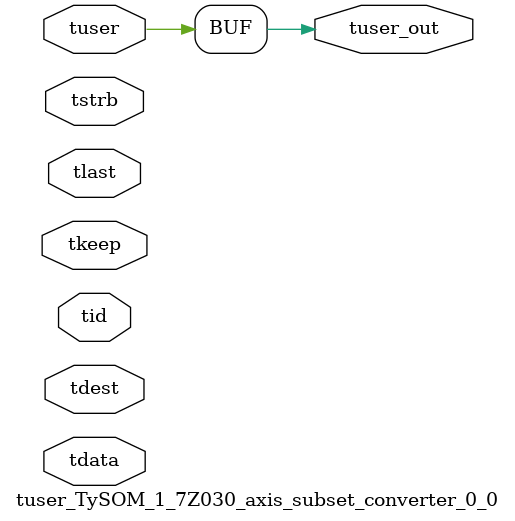
<source format=v>


`timescale 1ps/1ps

module tuser_TySOM_1_7Z030_axis_subset_converter_0_0 #
(
parameter C_S_AXIS_TUSER_WIDTH = 1,
parameter C_S_AXIS_TDATA_WIDTH = 32,
parameter C_S_AXIS_TID_WIDTH   = 0,
parameter C_S_AXIS_TDEST_WIDTH = 0,
parameter C_M_AXIS_TUSER_WIDTH = 1
)
(
input  [(C_S_AXIS_TUSER_WIDTH == 0 ? 1 : C_S_AXIS_TUSER_WIDTH)-1:0     ] tuser,
input  [(C_S_AXIS_TDATA_WIDTH == 0 ? 1 : C_S_AXIS_TDATA_WIDTH)-1:0     ] tdata,
input  [(C_S_AXIS_TID_WIDTH   == 0 ? 1 : C_S_AXIS_TID_WIDTH)-1:0       ] tid,
input  [(C_S_AXIS_TDEST_WIDTH == 0 ? 1 : C_S_AXIS_TDEST_WIDTH)-1:0     ] tdest,
input  [(C_S_AXIS_TDATA_WIDTH/8)-1:0 ] tkeep,
input  [(C_S_AXIS_TDATA_WIDTH/8)-1:0 ] tstrb,
input                                                                    tlast,
output [C_M_AXIS_TUSER_WIDTH-1:0] tuser_out
);

assign tuser_out = {tuser[0:0]};

endmodule


</source>
